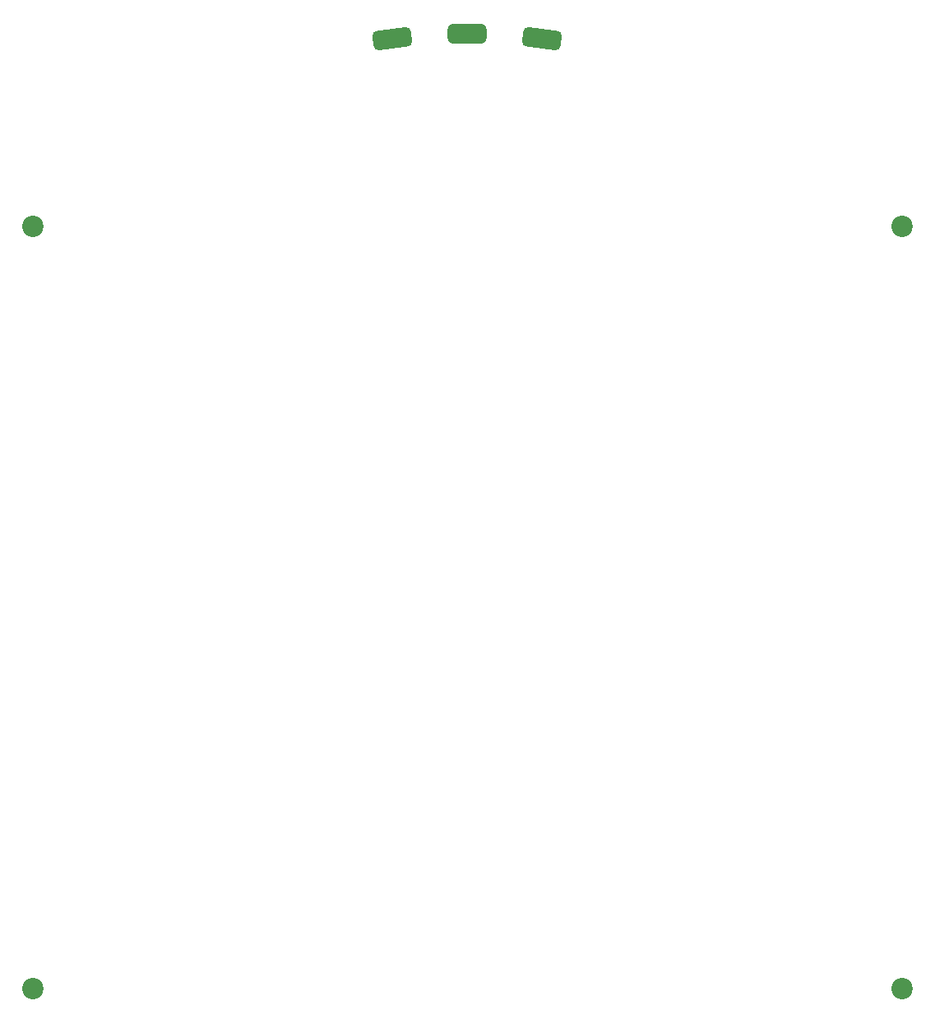
<source format=gbs>
G04 #@! TF.GenerationSoftware,KiCad,Pcbnew,8.0.4*
G04 #@! TF.CreationDate,2024-11-19T03:08:21+11:00*
G04 #@! TF.ProjectId,RCS_WS2812B_Ring,5243535f-5753-4323-9831-32425f52696e,rev?*
G04 #@! TF.SameCoordinates,Original*
G04 #@! TF.FileFunction,Soldermask,Bot*
G04 #@! TF.FilePolarity,Negative*
%FSLAX46Y46*%
G04 Gerber Fmt 4.6, Leading zero omitted, Abs format (unit mm)*
G04 Created by KiCad (PCBNEW 8.0.4) date 2024-11-19 03:08:21*
%MOMM*%
%LPD*%
G01*
G04 APERTURE LIST*
G04 Aperture macros list*
%AMRoundRect*
0 Rectangle with rounded corners*
0 $1 Rounding radius*
0 $2 $3 $4 $5 $6 $7 $8 $9 X,Y pos of 4 corners*
0 Add a 4 corners polygon primitive as box body*
4,1,4,$2,$3,$4,$5,$6,$7,$8,$9,$2,$3,0*
0 Add four circle primitives for the rounded corners*
1,1,$1+$1,$2,$3*
1,1,$1+$1,$4,$5*
1,1,$1+$1,$6,$7*
1,1,$1+$1,$8,$9*
0 Add four rect primitives between the rounded corners*
20,1,$1+$1,$2,$3,$4,$5,0*
20,1,$1+$1,$4,$5,$6,$7,0*
20,1,$1+$1,$6,$7,$8,$9,0*
20,1,$1+$1,$8,$9,$2,$3,0*%
G04 Aperture macros list end*
%ADD10C,2.200000*%
%ADD11RoundRect,0.500000X-1.500000X0.500000X-1.500000X-0.500000X1.500000X-0.500000X1.500000X0.500000X0*%
%ADD12RoundRect,0.500000X-1.421904X0.691512X-1.552430X-0.299933X1.421904X-0.691512X1.552430X0.299933X0*%
%ADD13RoundRect,0.500000X-1.552430X0.299933X-1.421904X-0.691512X1.552430X-0.299933X1.421904X0.691512X0*%
G04 APERTURE END LIST*
D10*
X-44734469Y-39231076D03*
X44734469Y-39231076D03*
X-44734469Y39231076D03*
X44734469Y39231076D03*
D11*
X0Y59000000D03*
D12*
X7701045Y58495247D03*
D13*
X-7701045Y58495250D03*
M02*

</source>
